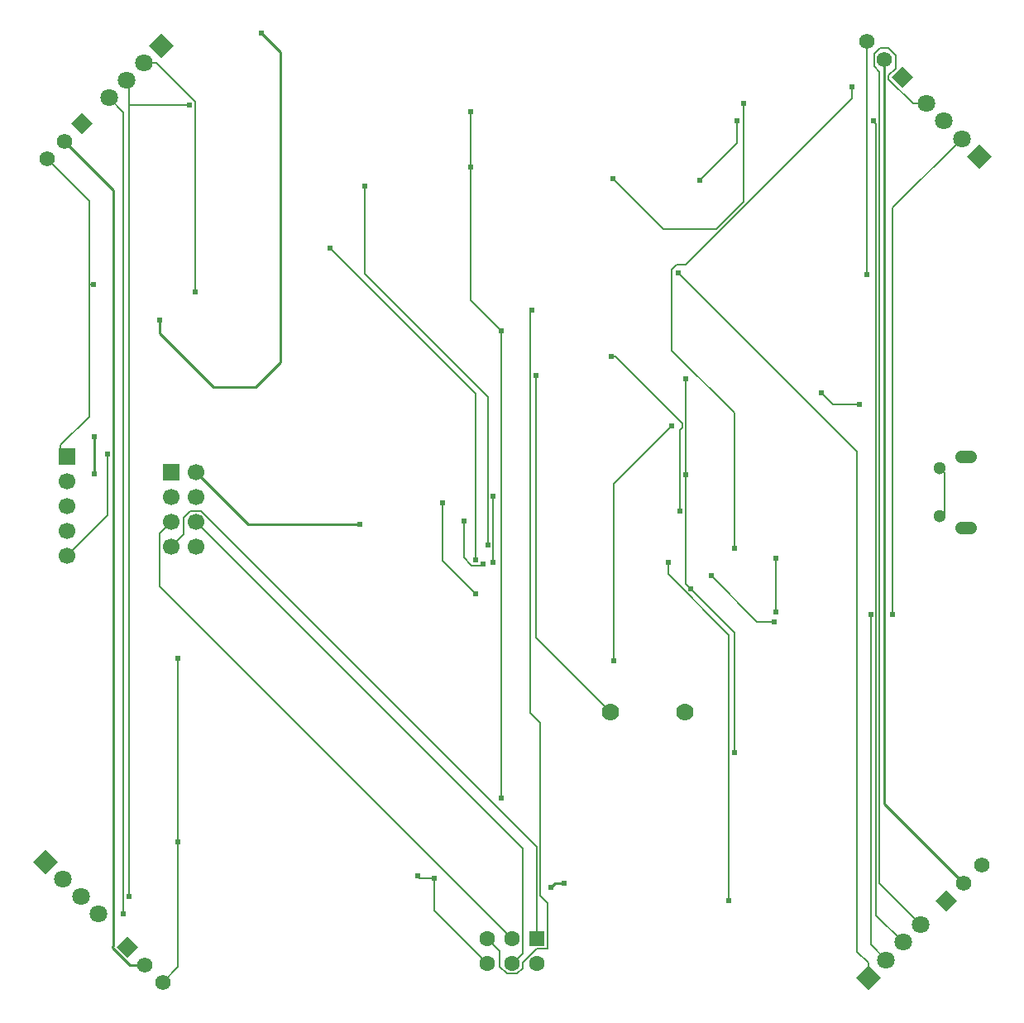
<source format=gbl>
G04 Layer: BottomLayer*
G04 EasyEDA v6.4.5, 2020-09-10T17:23:05--4:00*
G04 1c95f6ef93c34f1eadd188c2f50e5772,ebf70693e8d24e819ce4a1bff5f43d4f,10*
G04 Gerber Generator version 0.2*
G04 Scale: 100 percent, Rotated: No, Reflected: No *
G04 Dimensions in millimeters *
G04 leading zeros omitted , absolute positions ,3 integer and 3 decimal *
%FSLAX33Y33*%
%MOMM*%
G90*
G71D02*

%ADD10C,0.254000*%
%ADD11C,0.159995*%
%ADD12C,0.250012*%
%ADD15C,0.610006*%
%ADD16C,0.609600*%
%ADD29C,1.299997*%
%ADD30C,1.574800*%
%ADD32R,1.699997X1.699997*%
%ADD33C,1.699997*%
%ADD34C,1.599997*%
%ADD35R,1.599997X1.599997*%
%ADD37C,1.799996*%
%ADD38C,1.778000*%

%LPD*%
G54D10*
G01X37587Y52027D02*
G01X26157Y52027D01*
G01X20823Y57361D01*
G01X17140Y72982D02*
G01X17140Y71585D01*
G01X22601Y66124D01*
G01X26919Y66124D01*
G01X29459Y68664D01*
G01X29459Y100414D01*
G01X27554Y102319D01*
G01X10409Y57234D02*
G01X10409Y61044D01*
G54D11*
G01X84847Y65510D02*
G01X86010Y64346D01*
G01X88712Y64346D01*
G01X73541Y46742D02*
G01X78230Y42055D01*
G01X80013Y42055D01*
G01X53208Y7069D02*
G01X54268Y8129D01*
G01X54268Y18837D01*
G01X20823Y52281D01*
G01X55748Y9609D02*
G01X55748Y18995D01*
G01X21369Y53374D01*
G01X20249Y53374D01*
G01X19553Y52678D01*
G01X19553Y51011D01*
G01X18283Y49741D01*
G01X53208Y9609D02*
G01X17130Y45688D01*
G01X17130Y51126D01*
G01X18283Y52281D01*
G54D12*
G01X7361Y91270D02*
G01X12391Y86241D01*
G01X12391Y8931D01*
G01X12271Y8809D01*
G01X12271Y8708D01*
G01X14036Y6942D01*
G01X15616Y6942D01*
G01X91308Y99652D02*
G01X91308Y23452D01*
G01X99436Y15324D01*
G01X57115Y14832D02*
G01X57608Y15324D01*
G01X58464Y15324D01*
G54D11*
G01X7615Y48852D02*
G01X11761Y52998D01*
G01X11761Y59193D01*
G01X95598Y95108D02*
G01X94227Y95108D01*
G01X91715Y97620D01*
G01X91715Y97984D01*
G01X92439Y98710D01*
G01X92439Y100036D01*
G01X91651Y100823D01*
G01X90861Y100823D01*
G01X90239Y100204D01*
G01X90239Y98908D01*
G01X90775Y98372D01*
G01X90775Y15276D01*
G01X95019Y11034D01*
G01X13386Y12122D02*
G01X13386Y94209D01*
G01X11905Y95688D01*
G01X63528Y87443D02*
G01X68702Y82269D01*
G01X74120Y82269D01*
G01X76863Y85012D01*
G01X76863Y95108D01*
G01X13970Y94959D02*
G01X20150Y94959D01*
G01X13701Y97483D02*
G01X13970Y97214D01*
G01X13970Y94959D01*
G01X13970Y94959D02*
G01X13970Y13917D01*
G01X72408Y87260D02*
G01X76190Y91044D01*
G01X76190Y93310D01*
G01X93224Y9236D02*
G01X90452Y12007D01*
G01X90452Y93003D01*
G01X90145Y93310D01*
G01X89629Y5645D02*
G01X89629Y7161D01*
G01X89629Y7161D02*
G01X88499Y8291D01*
G01X88499Y59449D01*
G01X70168Y77781D01*
G01X63252Y32850D02*
G01X55634Y40468D01*
G01X55634Y67275D01*
G01X63300Y69178D02*
G01X63775Y69178D01*
G01X70597Y62355D01*
G01X70597Y61900D01*
G01X70379Y61682D01*
G01X70379Y53427D01*
G01X91428Y7440D02*
G01X89881Y8987D01*
G01X89881Y42800D01*
G01X99193Y91514D02*
G01X92136Y84458D01*
G01X92136Y42800D01*
G01X15500Y99282D02*
G01X16754Y99282D01*
G01X20737Y95299D01*
G01X20737Y75789D01*
G01X52060Y71865D02*
G01X52060Y24044D01*
G01X52060Y71865D02*
G01X48967Y74961D01*
G01X48967Y88631D01*
G01X48967Y88631D02*
G01X48967Y94288D01*
G01X55184Y73935D02*
G01X55024Y73775D01*
G01X55024Y32767D01*
G01X56071Y31718D01*
G01X56071Y13993D01*
G01X56805Y13259D01*
G01X56805Y8614D01*
G01X56759Y8566D01*
G01X55708Y8566D01*
G01X54268Y7125D01*
G01X54268Y6577D01*
G01X53719Y6026D01*
G01X52680Y6026D01*
G01X51938Y6767D01*
G01X51938Y8339D01*
G01X50668Y9609D01*
G01X38083Y86655D02*
G01X38083Y77669D01*
G01X50676Y65075D01*
G01X50676Y49942D01*
G01X87943Y96780D02*
G01X87943Y95611D01*
G01X70915Y78583D01*
G01X70056Y78583D01*
G01X69548Y78078D01*
G01X69548Y69820D01*
G01X75926Y63445D01*
G01X75926Y49571D01*
G01X75390Y13529D02*
G01X75390Y40699D01*
G01X69165Y46927D01*
G01X69165Y48144D01*
G01X46028Y54263D02*
G01X46028Y48286D01*
G01X49403Y44910D01*
G01X50188Y48007D02*
G01X50016Y47834D01*
G01X49053Y47834D01*
G01X48255Y48631D01*
G01X48255Y52408D01*
G01X49439Y48380D02*
G01X49439Y65421D01*
G01X34567Y80293D01*
G01X63574Y38060D02*
G01X63574Y56158D01*
G01X69543Y62126D01*
G01X70958Y57123D02*
G01X70958Y66937D01*
G01X73244Y43666D02*
G01X73244Y43666D01*
G01X71451Y45456D01*
G01X70958Y57123D02*
G01X70958Y45952D01*
G01X73244Y43666D01*
G01X73244Y43666D02*
G01X73244Y43666D01*
G01X73244Y43666D01*
G01X75946Y40963D01*
G01X75946Y28626D01*
G01X51222Y54921D02*
G01X51222Y48139D01*
G01X80186Y48573D02*
G01X80186Y43016D01*
G01X97430Y52919D02*
G01X97430Y57252D01*
G01X96922Y57760D01*
G01X7615Y59266D02*
G01X6980Y59266D01*
G01X6980Y60105D01*
G01X50668Y7069D02*
G01X45225Y12513D01*
G01X45225Y15832D01*
G01X89513Y101448D02*
G01X89513Y77575D01*
G01X45225Y15832D02*
G01X43719Y15832D01*
G01X43531Y16020D01*
G01X18977Y38278D02*
G01X18977Y19515D01*
G01X18977Y19515D02*
G01X18977Y6709D01*
G01X17412Y5147D01*
G01X9884Y76579D02*
G01X10315Y76579D01*
G01X6980Y60155D02*
G01X9884Y63005D01*
G01X9884Y76579D01*
G01X9884Y76579D02*
G01X9884Y85157D01*
G01X5566Y89475D01*
G54D29*
G01X96922Y52919D03*
G01X96922Y57760D03*
G54D30*
G01X101232Y17120D03*
G01X99436Y15324D03*
G36*
G01X96527Y13528D02*
G01X97640Y14642D01*
G01X98754Y13528D01*
G01X97640Y12415D01*
G01X96527Y13528D01*
G37*
G01X89512Y101448D03*
G01X91308Y99652D03*
G36*
G01X93104Y96743D02*
G01X91991Y97856D01*
G01X93104Y98970D01*
G01X94218Y97856D01*
G01X93104Y96743D01*
G37*
G01X17412Y5146D03*
G01X15616Y6942D03*
G36*
G01X13820Y9852D02*
G01X14934Y8739D01*
G01X13820Y7625D01*
G01X12707Y8739D01*
G01X13820Y9852D01*
G37*
G01X5565Y89474D03*
G01X7361Y91270D03*
G36*
G01X10271Y93067D02*
G01X9157Y91953D01*
G01X8044Y93067D01*
G01X9157Y94180D01*
G01X10271Y93067D01*
G37*
G54D32*
G01X18283Y57361D03*
G54D33*
G01X20823Y57361D03*
G01X18283Y54821D03*
G01X20823Y54821D03*
G01X18283Y52281D03*
G01X20823Y52281D03*
G01X18283Y49741D03*
G01X20823Y49741D03*
G54D34*
G01X50668Y7069D03*
G01X50668Y9609D03*
G01X53208Y7069D03*
G01X53208Y9609D03*
G01X55748Y7069D03*
G54D35*
G01X55748Y9609D03*
G36*
G01X100987Y88447D02*
G01X99715Y89719D01*
G01X100987Y90992D01*
G01X102260Y89719D01*
G01X100987Y88447D01*
G37*
G54D37*
G01X99192Y91515D03*
G01X97395Y93311D03*
G01X95599Y95108D03*
G36*
G01X18567Y101077D02*
G01X17294Y99804D01*
G01X16022Y101077D01*
G01X17294Y102349D01*
G01X18567Y101077D01*
G37*
G01X15499Y99281D03*
G01X13702Y97484D03*
G01X11906Y95688D03*
G36*
G01X5429Y18783D02*
G01X6702Y17511D01*
G01X5429Y16238D01*
G01X4157Y17511D01*
G01X5429Y18783D01*
G37*
G01X7225Y15714D03*
G01X9022Y13918D03*
G01X10818Y12122D03*
G36*
G01X88358Y5645D02*
G01X89630Y6918D01*
G01X90903Y5645D01*
G01X89630Y4373D01*
G01X88358Y5645D01*
G37*
G01X91426Y7441D03*
G01X93223Y9237D03*
G01X95019Y11034D03*
G54D32*
G01X7615Y59012D03*
G54D33*
G01X7615Y56472D03*
G01X7615Y53932D03*
G01X7615Y51392D03*
G01X7615Y48852D03*
G54D38*
G01X63252Y32850D03*
G01X70851Y32850D03*
G54D15*
G01X10315Y76579D03*
G01X18977Y38278D03*
G01X43531Y16020D03*
G01X18977Y19515D03*
G01X89513Y77575D03*
G01X45225Y15832D03*
G01X80186Y48573D03*
G01X80186Y43016D03*
G01X51222Y48139D03*
G01X51222Y54921D03*
G01X71451Y45456D03*
G01X75946Y28626D03*
G01X70958Y57123D03*
G01X70958Y66937D03*
G01X69543Y62126D03*
G01X63574Y38060D03*
G01X49439Y48380D03*
G01X34567Y80293D03*
G01X48255Y52408D03*
G01X50188Y48007D03*
G01X46028Y54263D03*
G01X49403Y44910D03*
G01X75390Y13529D03*
G01X69165Y48144D03*
G01X75926Y49571D03*
G01X87943Y96780D03*
G01X38083Y86655D03*
G01X50676Y49942D03*
G01X55184Y73935D03*
G01X48967Y94288D03*
G01X48967Y88631D03*
G01X20737Y75789D03*
G01X92136Y42800D03*
G01X89881Y42800D03*
G01X52060Y71865D03*
G01X52060Y24044D03*
G01X63300Y69178D03*
G01X70379Y53427D03*
G01X55634Y67275D03*
G01X70168Y77781D03*
G01X90145Y93310D03*
G01X76190Y93310D03*
G01X72408Y87260D03*
G01X20150Y94959D03*
G01X13970Y13917D03*
G01X63528Y87443D03*
G01X76863Y95108D03*
G01X13386Y12122D03*
G01X11761Y59193D03*
G01X57115Y14832D03*
G01X58464Y15324D03*
G01X80013Y42055D03*
G01X73541Y46742D03*
G01X84847Y65510D03*
G01X88712Y64346D03*
G54D16*
G01X10409Y57234D03*
G01X10409Y61044D03*
G01X17140Y72982D03*
G01X27554Y102319D03*
G01X37587Y52027D03*
G54D29*
G01X99172Y58949D02*
G01X100072Y58949D01*
G01X99172Y51710D02*
G01X100072Y51710D01*
M00*
M02*

</source>
